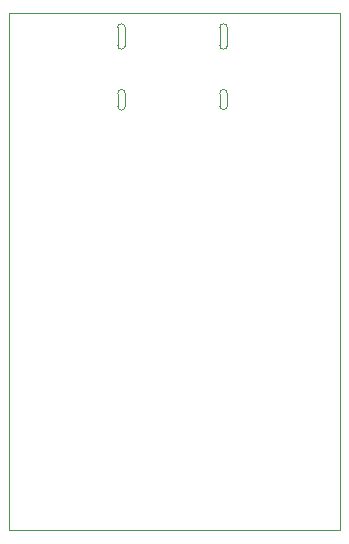
<source format=gbr>
%TF.GenerationSoftware,KiCad,Pcbnew,(6.0.7)*%
%TF.CreationDate,2022-09-02T00:32:44-07:00*%
%TF.ProjectId,HARDWARE_USBC_ISP_Programmer,48415244-5741-4524-955f-555342435f49,rev?*%
%TF.SameCoordinates,Original*%
%TF.FileFunction,Profile,NP*%
%FSLAX46Y46*%
G04 Gerber Fmt 4.6, Leading zero omitted, Abs format (unit mm)*
G04 Created by KiCad (PCBNEW (6.0.7)) date 2022-09-02 00:32:44*
%MOMM*%
%LPD*%
G01*
G04 APERTURE LIST*
%TA.AperFunction,Profile*%
%ADD10C,0.100000*%
%TD*%
%TA.AperFunction,Profile*%
%ADD11C,0.010000*%
%TD*%
G04 APERTURE END LIST*
D10*
X86575000Y-128525000D02*
X58550000Y-128525000D01*
X86575000Y-84750000D02*
X86575000Y-128525000D01*
X58575000Y-84750000D02*
X86575000Y-84750000D01*
X58550000Y-128525000D02*
X58575000Y-84750000D01*
D11*
%TO.C,J1*%
X76395000Y-87475000D02*
X76395000Y-85925000D01*
X68405000Y-85925000D02*
X68405000Y-87475000D01*
X76395000Y-92585000D02*
X76395000Y-91535000D01*
X67755000Y-92585000D02*
X67755000Y-91535000D01*
X77045000Y-85925000D02*
X77045000Y-87475000D01*
X68405000Y-91535000D02*
X68405000Y-92585000D01*
X67755000Y-87475000D02*
X67755000Y-85925000D01*
X77045000Y-91535000D02*
X77045000Y-92585000D01*
X77045000Y-85925000D02*
G75*
G03*
X76720000Y-85625000I-312500J-12500D01*
G01*
X68080000Y-87775000D02*
G75*
G03*
X68405000Y-87475000I12500J312500D01*
G01*
X76720000Y-92885000D02*
G75*
G03*
X77045000Y-92585000I12500J312500D01*
G01*
X67755000Y-87475000D02*
G75*
G03*
X68080000Y-87775000I312500J12500D01*
G01*
X68080000Y-85625000D02*
G75*
G03*
X67755000Y-85925000I-12500J-312500D01*
G01*
X68080000Y-91185000D02*
G75*
G03*
X67755000Y-91535000I12500J-337500D01*
G01*
X77045000Y-91535000D02*
G75*
G03*
X76720000Y-91185000I-337500J12500D01*
G01*
X76720000Y-91185000D02*
G75*
G03*
X76395000Y-91535000I12500J-337500D01*
G01*
X76720000Y-87775000D02*
G75*
G03*
X77045000Y-87475000I12500J312500D01*
G01*
X68080000Y-92935000D02*
G75*
G03*
X68405000Y-92585000I-12500J337500D01*
G01*
X76720000Y-85625000D02*
G75*
G03*
X76395000Y-85925000I-12500J-312500D01*
G01*
X68405000Y-91535000D02*
G75*
G03*
X68080000Y-91185000I-337500J12500D01*
G01*
X67755000Y-92585000D02*
G75*
G03*
X68080000Y-92935000I337500J-12500D01*
G01*
X76395000Y-87475000D02*
G75*
G03*
X76720000Y-87775000I312500J12500D01*
G01*
X76395000Y-92585000D02*
G75*
G03*
X76720000Y-92885000I312500J12500D01*
G01*
X68405000Y-85925000D02*
G75*
G03*
X68080000Y-85625000I-312500J-12500D01*
G01*
%TD*%
M02*

</source>
